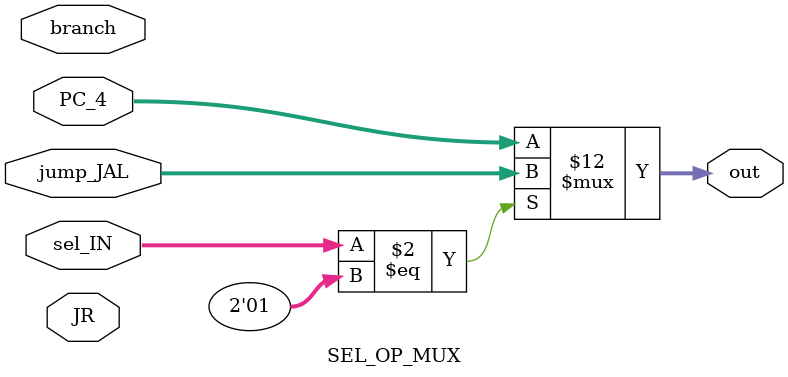
<source format=v>
`timescale 1ns / 1ps


module SEL_OP_MUX( jump_JAL, PC_4, branch, JR, out, sel_IN);
input [31:0]jump_JAL;
input [31:0] PC_4; 
input [31:0] branch;
input [31:0] JR; 
input [1:0]sel_IN;


output reg [31:0] out; 

always @(*)begin 

if (sel_IN == 01) begin

    out <= jump_JAL;

end
else if (sel_IN == 10) begin
    out <= branch;
end
else if (sel_IN == 11) begin

    out <= JR;
    
end

else begin
  
  out <= PC_4;

end


end
endmodule

</source>
